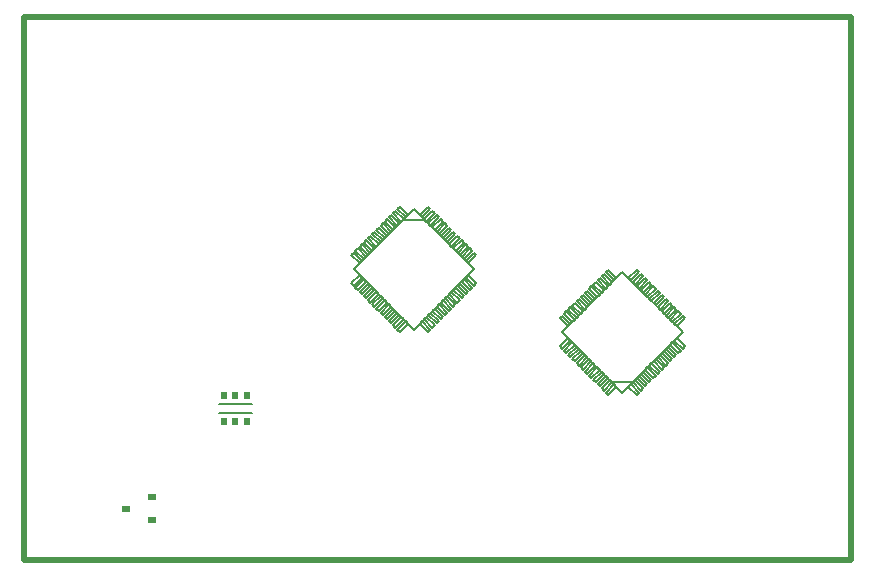
<source format=gm1>
G04*
G04 #@! TF.GenerationSoftware,Altium Limited,Altium Designer,19.1.8 (144)*
G04*
G04 Layer_Color=16711935*
%FSLAX25Y25*%
%MOIN*%
G70*
G01*
G75*
%ADD15C,0.00600*%
%ADD72C,0.02000*%
G36*
X75246Y53650D02*
X73256D01*
Y56037D01*
X75246D01*
Y53650D01*
D02*
G37*
G36*
X71488D02*
X69516D01*
Y56034D01*
X71488D01*
Y53650D01*
D02*
G37*
G36*
X67730D02*
X65776D01*
Y56040D01*
X67730D01*
Y53650D01*
D02*
G37*
G36*
X75232Y44988D02*
X73256D01*
Y47345D01*
X75232D01*
Y44988D01*
D02*
G37*
G36*
X71486D02*
X69516D01*
Y47346D01*
X71486D01*
Y44988D01*
D02*
G37*
G36*
X67739D02*
X65776D01*
Y47345D01*
X67739D01*
Y44988D01*
D02*
G37*
G36*
X43912Y19956D02*
X41555D01*
Y21932D01*
X43912D01*
Y19956D01*
D02*
G37*
G36*
X35250Y16216D02*
X32866D01*
Y18188D01*
X35250D01*
Y16216D01*
D02*
G37*
G36*
X43912Y12476D02*
X41555D01*
Y14439D01*
X43912D01*
Y12476D01*
D02*
G37*
D15*
X64902Y52075D02*
X76102D01*
X64902Y48925D02*
X76102D01*
X181398Y74020D02*
X182176Y73242D01*
X178640Y71262D02*
X181398Y74020D01*
X178640Y71262D02*
X179418Y70485D01*
X182176Y73242D01*
X182812Y72606D02*
X183590Y71828D01*
X180055Y69848D02*
X182812Y72606D01*
X180055Y69848D02*
X180832Y69070D01*
X183590Y71828D01*
X184227Y71192D02*
X184934Y70485D01*
X181469Y68434D02*
X184227Y71192D01*
X181469Y68434D02*
X182176Y67727D01*
X184934Y70485D01*
X185570Y69848D02*
X186348Y69070D01*
X182812Y67090D02*
X185570Y69848D01*
X182812Y67090D02*
X183590Y66313D01*
X186348Y69070D01*
X186984Y68434D02*
X187762Y67656D01*
X184227Y65676D02*
X186984Y68434D01*
X184227Y65676D02*
X185004Y64898D01*
X187762Y67656D01*
X188398Y67020D02*
X189105Y66313D01*
X185641Y64262D02*
X188398Y67020D01*
X185641Y64262D02*
X186348Y63555D01*
X189105Y66313D01*
X189813Y65605D02*
X190520Y64898D01*
X187055Y62848D02*
X189813Y65605D01*
X187055Y62848D02*
X187762Y62141D01*
X190520Y64898D01*
X191156Y64262D02*
X191934Y63484D01*
X188398Y61504D02*
X191156Y64262D01*
X188398Y61504D02*
X189176Y60726D01*
X191934Y63484D01*
X192570Y62848D02*
X193348Y62070D01*
X189813Y60090D02*
X192570Y62848D01*
X189813Y60090D02*
X190591Y59312D01*
X193348Y62070D01*
X193985Y61434D02*
X194692Y60726D01*
X191227Y58676D02*
X193985Y61434D01*
X191227Y58676D02*
X191934Y57969D01*
X194692Y60726D01*
X195965Y59454D02*
X196106Y59312D01*
X195328Y60090D02*
X195965Y59454D01*
X192570Y57332D02*
X195328Y60090D01*
X192570Y57332D02*
X193348Y56555D01*
X196106Y59312D01*
X196742Y58676D02*
X197520Y57898D01*
X193985Y55918D02*
X196742Y58676D01*
X193985Y55918D02*
X194762Y55140D01*
X197520Y57898D01*
X201480D02*
X202258Y58676D01*
X201480Y57898D02*
X204238Y55140D01*
X205015Y55918D01*
X202258Y58676D02*
X205015Y55918D01*
X203035Y59454D02*
X203672Y60090D01*
X202894Y59312D02*
X203035Y59454D01*
X202894Y59312D02*
X205652Y56555D01*
X206430Y57332D01*
X203672Y60090D02*
X206430Y57332D01*
X204308Y60726D02*
X205015Y61434D01*
X204308Y60726D02*
X207066Y57969D01*
X207773Y58676D01*
X205015Y61434D02*
X207773Y58676D01*
X205652Y62070D02*
X206430Y62848D01*
X205652Y62070D02*
X208410Y59312D01*
X209187Y60090D01*
X206430Y62848D02*
X209187Y60090D01*
X207066Y63484D02*
X207844Y64262D01*
X207066Y63484D02*
X209824Y60726D01*
X210602Y61504D01*
X207844Y64262D02*
X210602Y61504D01*
X208480Y64898D02*
X209187Y65605D01*
X208480Y64898D02*
X211238Y62141D01*
X211945Y62848D01*
X209187Y65605D02*
X211945Y62848D01*
X209894Y66313D02*
X210602Y67020D01*
X209894Y66313D02*
X212652Y63555D01*
X213359Y64262D01*
X210602Y67020D02*
X213359Y64262D01*
X211238Y67656D02*
X212016Y68434D01*
X211238Y67656D02*
X213996Y64898D01*
X214774Y65676D01*
X212016Y68434D02*
X214774Y65676D01*
X212652Y69070D02*
X213430Y69848D01*
X212652Y69070D02*
X215410Y66313D01*
X216188Y67090D01*
X213430Y69848D02*
X216188Y67090D01*
X214066Y70485D02*
X214774Y71192D01*
X214066Y70485D02*
X216824Y67727D01*
X217531Y68434D01*
X214774Y71192D02*
X217531Y68434D01*
X215410Y71828D02*
X216188Y72606D01*
X215410Y71828D02*
X218168Y69070D01*
X218945Y69848D01*
X216188Y72606D02*
X218945Y69848D01*
X216824Y73242D02*
X217602Y74020D01*
X216824Y73242D02*
X219582Y70485D01*
X220360Y71262D01*
X217602Y74020D02*
X220360Y71262D01*
X216824Y78758D02*
X217602Y77980D01*
X220360Y80738D01*
X219582Y81515D02*
X220360Y80738D01*
X216824Y78758D02*
X219582Y81515D01*
X215410Y80172D02*
X216188Y79394D01*
X218945Y82152D01*
X218168Y82930D02*
X218945Y82152D01*
X215410Y80172D02*
X218168Y82930D01*
X214066Y81515D02*
X214774Y80808D01*
X217531Y83566D01*
X216824Y84273D02*
X217531Y83566D01*
X214066Y81515D02*
X216824Y84273D01*
X212652Y82930D02*
X213430Y82152D01*
X216188Y84909D01*
X215410Y85687D02*
X216188Y84909D01*
X212652Y82930D02*
X215410Y85687D01*
X211238Y84344D02*
X212016Y83566D01*
X214774Y86324D01*
X213996Y87102D02*
X214774Y86324D01*
X211238Y84344D02*
X213996Y87102D01*
X209894Y85687D02*
X210602Y84980D01*
X213359Y87738D01*
X212652Y88445D02*
X213359Y87738D01*
X209894Y85687D02*
X212652Y88445D01*
X208480Y87102D02*
X209187Y86395D01*
X211945Y89152D01*
X211238Y89859D02*
X211945Y89152D01*
X208480Y87102D02*
X211238Y89859D01*
X207066Y88516D02*
X207844Y87738D01*
X210602Y90496D01*
X209824Y91273D02*
X210602Y90496D01*
X207066Y88516D02*
X209824Y91273D01*
X205652Y89930D02*
X206430Y89152D01*
X209187Y91910D01*
X208410Y92688D02*
X209187Y91910D01*
X205652Y89930D02*
X208410Y92688D01*
X204308Y91273D02*
X205015Y90566D01*
X207773Y93324D01*
X207066Y94031D02*
X207773Y93324D01*
X204308Y91273D02*
X207066Y94031D01*
X202894Y92688D02*
X203672Y91910D01*
X206430Y94668D01*
X205652Y95445D02*
X206430Y94668D01*
X202894Y92688D02*
X205652Y95445D01*
X201480Y94102D02*
X202258Y93324D01*
X205015Y96082D01*
X204238Y96860D02*
X205015Y96082D01*
X201480Y94102D02*
X204238Y96860D01*
X196742Y93324D02*
X197520Y94102D01*
X194762Y96860D02*
X197520Y94102D01*
X193985Y96082D02*
X194762Y96860D01*
X193985Y96082D02*
X196742Y93324D01*
X195328Y91910D02*
X196106Y92688D01*
X193348Y95445D02*
X196106Y92688D01*
X192570Y94668D02*
X193348Y95445D01*
X192570Y94668D02*
X195328Y91910D01*
X193985Y90566D02*
X194692Y91273D01*
X191934Y94031D02*
X194692Y91273D01*
X191227Y93324D02*
X191934Y94031D01*
X191227Y93324D02*
X193985Y90566D01*
X192570Y89152D02*
X193348Y89930D01*
X190591Y92688D02*
X193348Y89930D01*
X189813Y91910D02*
X190591Y92688D01*
X189813Y91910D02*
X192570Y89152D01*
X191156Y87738D02*
X191934Y88516D01*
X189176Y91273D02*
X191934Y88516D01*
X188398Y90496D02*
X189176Y91273D01*
X188398Y90496D02*
X191156Y87738D01*
X189813Y86395D02*
X190520Y87102D01*
X187762Y89859D02*
X190520Y87102D01*
X187055Y89152D02*
X187762Y89859D01*
X187055Y89152D02*
X189813Y86395D01*
X188398Y84980D02*
X189105Y85687D01*
X186348Y88445D02*
X189105Y85687D01*
X185641Y87738D02*
X186348Y88445D01*
X185641Y87738D02*
X188398Y84980D01*
X186984Y83566D02*
X187762Y84344D01*
X185004Y87102D02*
X187762Y84344D01*
X184227Y86324D02*
X185004Y87102D01*
X184227Y86324D02*
X186984Y83566D01*
X185570Y82152D02*
X186348Y82930D01*
X183590Y85687D02*
X186348Y82930D01*
X182812Y84909D02*
X183590Y85687D01*
X182812Y84909D02*
X185570Y82152D01*
X184227Y80808D02*
X184934Y81515D01*
X182176Y84273D02*
X184934Y81515D01*
X181469Y83566D02*
X182176Y84273D01*
X181469Y83566D02*
X184227Y80808D01*
X182812Y79394D02*
X183590Y80172D01*
X180832Y82930D02*
X183590Y80172D01*
X180055Y82152D02*
X180832Y82930D01*
X180055Y82152D02*
X182812Y79394D01*
X181398Y77980D02*
X182176Y78758D01*
X179418Y81515D02*
X182176Y78758D01*
X178640Y80738D02*
X179418Y81515D01*
X178640Y80738D02*
X181398Y77980D01*
X195965Y59454D02*
X203035D01*
X199500Y96082D02*
X219582Y76000D01*
X179418D02*
X199500Y96082D01*
X179418Y76000D02*
X199500Y55918D01*
X219582Y76000D01*
X147324Y99758D02*
X148102Y98980D01*
X150860Y101738D01*
X150082Y102515D02*
X150860Y101738D01*
X147324Y99758D02*
X150082Y102515D01*
X145910Y101172D02*
X146688Y100394D01*
X149445Y103152D01*
X148668Y103930D02*
X149445Y103152D01*
X145910Y101172D02*
X148668Y103930D01*
X144566Y102515D02*
X145273Y101808D01*
X148031Y104566D01*
X147324Y105273D02*
X148031Y104566D01*
X144566Y102515D02*
X147324Y105273D01*
X143152Y103930D02*
X143930Y103152D01*
X146688Y105910D01*
X145910Y106687D02*
X146688Y105910D01*
X143152Y103930D02*
X145910Y106687D01*
X141738Y105344D02*
X142516Y104566D01*
X145273Y107324D01*
X144496Y108102D02*
X145273Y107324D01*
X141738Y105344D02*
X144496Y108102D01*
X140394Y106687D02*
X141102Y105980D01*
X143859Y108738D01*
X143152Y109445D02*
X143859Y108738D01*
X140394Y106687D02*
X143152Y109445D01*
X138980Y108102D02*
X139687Y107395D01*
X142445Y110152D01*
X141738Y110859D02*
X142445Y110152D01*
X138980Y108102D02*
X141738Y110859D01*
X137566Y109516D02*
X138344Y108738D01*
X141102Y111496D01*
X140324Y112274D02*
X141102Y111496D01*
X137566Y109516D02*
X140324Y112274D01*
X136152Y110930D02*
X136930Y110152D01*
X139687Y112910D01*
X138909Y113688D02*
X139687Y112910D01*
X136152Y110930D02*
X138909Y113688D01*
X134808Y112274D02*
X135515Y111566D01*
X138273Y114324D01*
X137566Y115031D02*
X138273Y114324D01*
X134808Y112274D02*
X137566Y115031D01*
X133394Y113688D02*
X133536Y113546D01*
X134172Y112910D01*
X136930Y115668D01*
X136152Y116445D02*
X136930Y115668D01*
X133394Y113688D02*
X136152Y116445D01*
X131980Y115102D02*
X132758Y114324D01*
X135515Y117082D01*
X134738Y117860D02*
X135515Y117082D01*
X131980Y115102D02*
X134738Y117860D01*
X127242Y114324D02*
X128020Y115102D01*
X125262Y117860D02*
X128020Y115102D01*
X124485Y117082D02*
X125262Y117860D01*
X124485Y117082D02*
X127242Y114324D01*
X125828Y112910D02*
X126464Y113546D01*
X126606Y113688D01*
X123848Y116445D02*
X126606Y113688D01*
X123070Y115668D02*
X123848Y116445D01*
X123070Y115668D02*
X125828Y112910D01*
X124485Y111566D02*
X125192Y112274D01*
X122434Y115031D02*
X125192Y112274D01*
X121727Y114324D02*
X122434Y115031D01*
X121727Y114324D02*
X124485Y111566D01*
X123070Y110152D02*
X123848Y110930D01*
X121090Y113688D02*
X123848Y110930D01*
X120313Y112910D02*
X121090Y113688D01*
X120313Y112910D02*
X123070Y110152D01*
X121656Y108738D02*
X122434Y109516D01*
X119676Y112274D02*
X122434Y109516D01*
X118898Y111496D02*
X119676Y112274D01*
X118898Y111496D02*
X121656Y108738D01*
X120313Y107395D02*
X121020Y108102D01*
X118262Y110859D02*
X121020Y108102D01*
X117555Y110152D02*
X118262Y110859D01*
X117555Y110152D02*
X120313Y107395D01*
X118898Y105980D02*
X119606Y106687D01*
X116848Y109445D02*
X119606Y106687D01*
X116141Y108738D02*
X116848Y109445D01*
X116141Y108738D02*
X118898Y105980D01*
X117484Y104566D02*
X118262Y105344D01*
X115504Y108102D02*
X118262Y105344D01*
X114726Y107324D02*
X115504Y108102D01*
X114726Y107324D02*
X117484Y104566D01*
X116070Y103152D02*
X116848Y103930D01*
X114090Y106687D02*
X116848Y103930D01*
X113312Y105910D02*
X114090Y106687D01*
X113312Y105910D02*
X116070Y103152D01*
X114726Y101808D02*
X115434Y102515D01*
X112676Y105273D02*
X115434Y102515D01*
X111969Y104566D02*
X112676Y105273D01*
X111969Y104566D02*
X114726Y101808D01*
X113312Y100394D02*
X114090Y101172D01*
X111332Y103930D02*
X114090Y101172D01*
X110555Y103152D02*
X111332Y103930D01*
X110555Y103152D02*
X113312Y100394D01*
X111898Y98980D02*
X112676Y99758D01*
X109918Y102515D02*
X112676Y99758D01*
X109140Y101738D02*
X109918Y102515D01*
X109140Y101738D02*
X111898Y98980D01*
Y95020D02*
X112676Y94242D01*
X109140Y92262D02*
X111898Y95020D01*
X109140Y92262D02*
X109918Y91485D01*
X112676Y94242D01*
X113312Y93606D02*
X114090Y92828D01*
X110555Y90848D02*
X113312Y93606D01*
X110555Y90848D02*
X111332Y90070D01*
X114090Y92828D01*
X114726Y92192D02*
X115434Y91485D01*
X111969Y89434D02*
X114726Y92192D01*
X111969Y89434D02*
X112676Y88727D01*
X115434Y91485D01*
X116070Y90848D02*
X116848Y90070D01*
X113312Y88090D02*
X116070Y90848D01*
X113312Y88090D02*
X114090Y87313D01*
X116848Y90070D01*
X117484Y89434D02*
X118262Y88656D01*
X114726Y86676D02*
X117484Y89434D01*
X114726Y86676D02*
X115504Y85898D01*
X118262Y88656D01*
X118898Y88020D02*
X119606Y87313D01*
X116141Y85262D02*
X118898Y88020D01*
X116141Y85262D02*
X116848Y84555D01*
X119606Y87313D01*
X120313Y86606D02*
X121020Y85898D01*
X117555Y83848D02*
X120313Y86606D01*
X117555Y83848D02*
X118262Y83141D01*
X121020Y85898D01*
X121656Y85262D02*
X122434Y84484D01*
X118898Y82504D02*
X121656Y85262D01*
X118898Y82504D02*
X119676Y81726D01*
X122434Y84484D01*
X123070Y83848D02*
X123848Y83070D01*
X120313Y81090D02*
X123070Y83848D01*
X120313Y81090D02*
X121090Y80312D01*
X123848Y83070D01*
X124485Y82434D02*
X125192Y81726D01*
X121727Y79676D02*
X124485Y82434D01*
X121727Y79676D02*
X122434Y78969D01*
X125192Y81726D01*
X125828Y81090D02*
X126606Y80312D01*
X123070Y78332D02*
X125828Y81090D01*
X123070Y78332D02*
X123848Y77555D01*
X126606Y80312D01*
X127242Y79676D02*
X128020Y78898D01*
X124485Y76918D02*
X127242Y79676D01*
X124485Y76918D02*
X125262Y76140D01*
X128020Y78898D01*
X131980D02*
X132758Y79676D01*
X131980Y78898D02*
X134738Y76140D01*
X135515Y76918D01*
X132758Y79676D02*
X135515Y76918D01*
X133394Y80312D02*
X134172Y81090D01*
X133394Y80312D02*
X136152Y77555D01*
X136930Y78332D01*
X134172Y81090D02*
X136930Y78332D01*
X134808Y81726D02*
X135515Y82434D01*
X134808Y81726D02*
X137566Y78969D01*
X138273Y79676D01*
X135515Y82434D02*
X138273Y79676D01*
X136152Y83070D02*
X136930Y83848D01*
X136152Y83070D02*
X138909Y80312D01*
X139687Y81090D01*
X136930Y83848D02*
X139687Y81090D01*
X137566Y84484D02*
X138344Y85262D01*
X137566Y84484D02*
X140324Y81726D01*
X141102Y82504D01*
X138344Y85262D02*
X141102Y82504D01*
X138980Y85898D02*
X139687Y86606D01*
X138980Y85898D02*
X141738Y83141D01*
X142445Y83848D01*
X139687Y86606D02*
X142445Y83848D01*
X140394Y87313D02*
X141102Y88020D01*
X140394Y87313D02*
X143152Y84555D01*
X143859Y85262D01*
X141102Y88020D02*
X143859Y85262D01*
X141738Y88656D02*
X142516Y89434D01*
X141738Y88656D02*
X144496Y85898D01*
X145273Y86676D01*
X142516Y89434D02*
X145273Y86676D01*
X143152Y90070D02*
X143930Y90848D01*
X143152Y90070D02*
X145910Y87313D01*
X146688Y88090D01*
X143930Y90848D02*
X146688Y88090D01*
X144566Y91485D02*
X145273Y92192D01*
X144566Y91485D02*
X147324Y88727D01*
X148031Y89434D01*
X145273Y92192D02*
X148031Y89434D01*
X145910Y92828D02*
X146688Y93606D01*
X145910Y92828D02*
X148668Y90070D01*
X149445Y90848D01*
X146688Y93606D02*
X149445Y90848D01*
X147324Y94242D02*
X148102Y95020D01*
X147324Y94242D02*
X150082Y91485D01*
X150860Y92262D01*
X148102Y95020D02*
X150860Y92262D01*
X126464Y113546D02*
X133536D01*
X109918Y97000D02*
X130000Y76918D01*
X150082Y97000D01*
X130000Y117082D02*
X150082Y97000D01*
X109918D02*
X130000Y117082D01*
D72*
X0Y0D02*
X275590D01*
Y181102D01*
X0D02*
X275590D01*
X0Y0D02*
Y181102D01*
M02*

</source>
